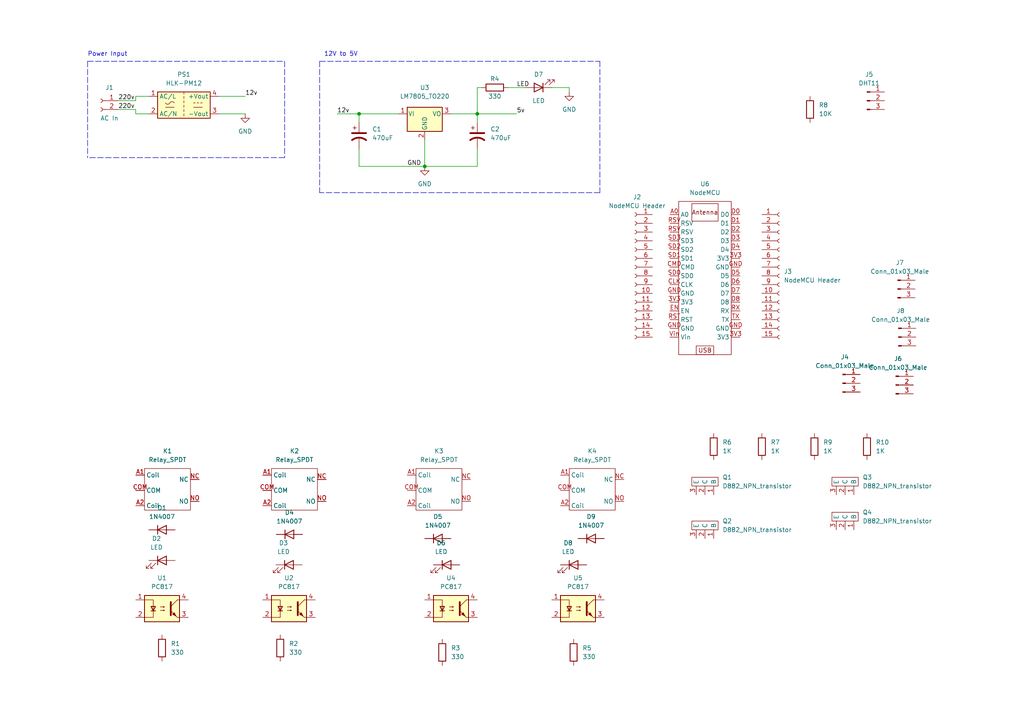
<source format=kicad_sch>
(kicad_sch (version 20211123) (generator eeschema)
  (paper "A4")
  (title_block (title "Home Automation and Temperature monitoring using DHT11") (date "2022-10-26") (rev "v1"))
  (lib_symbols
    (symbol "Connector:Conn_01x02_Female" (pin_names (offset 1.016) hide)
      (property "Reference" "J" (at 0 2.54 0))
      (property "Value" "Conn_01x02_Female" (at 0 -5.08 0))
      (symbol "Conn_01x02_Female_1_1"
        (arc (start 0 -2.032) (mid -0.508 -2.54) (end 0 -3.048) (stroke (width 0.1524)))
        (polyline (pts (xy -1.27 -2.54) (xy -0.508 -2.54)) (stroke (width 0.1524)))
        (polyline (pts (xy -1.27 0) (xy -0.508 0)) (stroke (width 0.1524)))
        (arc (start 0 0.508) (mid -0.508 0) (end 0 -0.508) (stroke (width 0.1524)))
        (pin passive line (at -5.08 0 0) (length 3.81) (name "Pin_1") (number "1"))
        (pin passive line (at -5.08 -2.54 0) (length 3.81) (name "Pin_2") (number "2"))
      )
    )
    (symbol "Connector:Conn_01x03_Male" (pin_names (offset 1.016) hide)
      (property "Reference" "J" (at 0 5.08 0))
      (property "Value" "Conn_01x03_Male" (at 0 -5.08 0))
      (symbol "Conn_01x03_Male_1_1"
        (polyline (pts (xy 1.27 -2.54) (xy 0.8636 -2.54)) (stroke (width 0.1524)))
        (polyline (pts (xy 1.27 0) (xy 0.8636 0)) (stroke (width 0.1524)))
        (polyline (pts (xy 1.27 2.54) (xy 0.8636 2.54)) (stroke (width 0.1524)))
        (rectangle (start 0.8636 -2.413) (end 0 -2.667) (stroke (width 0.1524)) (fill (type outline)))
        (rectangle (start 0.8636 0.127) (end 0 -0.127) (stroke (width 0.1524)) (fill (type outline)))
        (rectangle (start 0.8636 2.667) (end 0 2.413) (stroke (width 0.1524)) (fill (type outline)))
        (pin passive line (at 5.08 2.54 180) (length 3.81) (name "Pin_1") (number "1"))
        (pin passive line (at 5.08 0 180) (length 3.81) (name "Pin_2") (number "2"))
        (pin passive line (at 5.08 -2.54 180) (length 3.81) (name "Pin_3") (number "3"))
      )
    )
    (symbol "Connector:Conn_01x15_Female" (pin_names (offset 1.016) hide)
      (property "Reference" "J" (at 0 20.32 0))
      (property "Value" "Conn_01x15_Female" (at 0 -20.32 0))
      (symbol "Conn_01x15_Female_1_1"
        (arc (start 0 -17.272) (mid -0.508 -17.78) (end 0 -18.288) (stroke (width 0.1524)))
        (arc (start 0 -14.732) (mid -0.508 -15.24) (end 0 -15.748) (stroke (width 0.1524)))
        (arc (start 0 -12.192) (mid -0.508 -12.7) (end 0 -13.208) (stroke (width 0.1524)))
        (arc (start 0 -9.652) (mid -0.508 -10.16) (end 0 -10.668) (stroke (width 0.1524)))
        (arc (start 0 -7.112) (mid -0.508 -7.62) (end 0 -8.128) (stroke (width 0.1524)))
        (arc (start 0 -4.572) (mid -0.508 -5.08) (end 0 -5.588) (stroke (width 0.1524)))
        (arc (start 0 -2.032) (mid -0.508 -2.54) (end 0 -3.048) (stroke (width 0.1524)))
        (polyline (pts (xy -1.27 -17.78) (xy -0.508 -17.78)) (stroke (width 0.1524)))
        (polyline (pts (xy -1.27 -15.24) (xy -0.508 -15.24)) (stroke (width 0.1524)))
        (polyline (pts (xy -1.27 -12.7) (xy -0.508 -12.7)) (stroke (width 0.1524)))
        (polyline (pts (xy -1.27 -10.16) (xy -0.508 -10.16)) (stroke (width 0.1524)))
        (polyline (pts (xy -1.27 -7.62) (xy -0.508 -7.62)) (stroke (width 0.1524)))
        (polyline (pts (xy -1.27 -5.08) (xy -0.508 -5.08)) (stroke (width 0.1524)))
        (polyline (pts (xy -1.27 -2.54) (xy -0.508 -2.54)) (stroke (width 0.1524)))
        (polyline (pts (xy -1.27 0) (xy -0.508 0)) (stroke (width 0.1524)))
        (polyline (pts (xy -1.27 2.54) (xy -0.508 2.54)) (stroke (width 0.1524)))
        (polyline (pts (xy -1.27 5.08) (xy -0.508 5.08)) (stroke (width 0.1524)))
        (polyline (pts (xy -1.27 7.62) (xy -0.508 7.62)) (stroke (width 0.1524)))
        (polyline (pts (xy -1.27 10.16) (xy -0.508 10.16)) (stroke (width 0.1524)))
        (polyline (pts (xy -1.27 12.7) (xy -0.508 12.7)) (stroke (width 0.1524)))
        (polyline (pts (xy -1.27 15.24) (xy -0.508 15.24)) (stroke (width 0.1524)))
        (polyline (pts (xy -1.27 17.78) (xy -0.508 17.78)) (stroke (width 0.1524)))
        (arc (start 0 0.508) (mid -0.508 0) (end 0 -0.508) (stroke (width 0.1524)))
        (arc (start 0 3.048) (mid -0.508 2.54) (end 0 2.032) (stroke (width 0.1524)))
        (arc (start 0 5.588) (mid -0.508 5.08) (end 0 4.572) (stroke (width 0.1524)))
        (arc (start 0 8.128) (mid -0.508 7.62) (end 0 7.112) (stroke (width 0.1524)))
        (arc (start 0 10.668) (mid -0.508 10.16) (end 0 9.652) (stroke (width 0.1524)))
        (arc (start 0 13.208) (mid -0.508 12.7) (end 0 12.192) (stroke (width 0.1524)))
        (arc (start 0 15.748) (mid -0.508 15.24) (end 0 14.732) (stroke (width 0.1524)))
        (arc (start 0 18.288) (mid -0.508 17.78) (end 0 17.272) (stroke (width 0.1524)))
        (pin passive line (at -5.08 17.78 0) (length 3.81) (name "Pin_1") (number "1"))
        (pin passive line (at -5.08 -5.08 0) (length 3.81) (name "Pin_10") (number "10"))
        (pin passive line (at -5.08 -7.62 0) (length 3.81) (name "Pin_11") (number "11"))
        (pin passive line (at -5.08 -10.16 0) (length 3.81) (name "Pin_12") (number "12"))
        (pin passive line (at -5.08 -12.7 0) (length 3.81) (name "Pin_13") (number "13"))
        (pin passive line (at -5.08 -15.24 0) (length 3.81) (name "Pin_14") (number "14"))
        (pin passive line (at -5.08 -17.78 0) (length 3.81) (name "Pin_15") (number "15"))
        (pin passive line (at -5.08 15.24 0) (length 3.81) (name "Pin_2") (number "2"))
        (pin passive line (at -5.08 12.7 0) (length 3.81) (name "Pin_3") (number "3"))
        (pin passive line (at -5.08 10.16 0) (length 3.81) (name "Pin_4") (number "4"))
        (pin passive line (at -5.08 7.62 0) (length 3.81) (name "Pin_5") (number "5"))
        (pin passive line (at -5.08 5.08 0) (length 3.81) (name "Pin_6") (number "6"))
        (pin passive line (at -5.08 2.54 0) (length 3.81) (name "Pin_7") (number "7"))
        (pin passive line (at -5.08 0 0) (length 3.81) (name "Pin_8") (number "8"))
        (pin passive line (at -5.08 -2.54 0) (length 3.81) (name "Pin_9") (number "9"))
      )
    )
    (symbol "Converter_ACDC:HLK-PM12"
      (property "Reference" "PS" (at 0 5.08 0))
      (property "Value" "HLK-PM12" (at 0 -5.08 0))
      (symbol "HLK-PM12_0_1"
        (rectangle (start -7.62 3.81) (end 7.62 -3.81) (stroke (width 0.254)) (fill (type background)))
        (arc (start -5.334 0.635) (mid -4.699 0.2495) (end -4.064 0.635))
        (arc (start -2.794 0.635) (mid -3.429 1.0072) (end -4.064 0.635))
        (polyline (pts (xy -5.334 -0.635) (xy -2.794 -0.635)))
        (polyline (pts (xy 0 -2.54) (xy 0 -3.175)))
        (polyline (pts (xy 0 -1.27) (xy 0 -1.905)))
        (polyline (pts (xy 0 0) (xy 0 -0.635)))
        (polyline (pts (xy 0 1.27) (xy 0 0.635)))
        (polyline (pts (xy 0 2.54) (xy 0 1.905)))
        (polyline (pts (xy 0 3.81) (xy 0 3.175)))
        (polyline (pts (xy 2.794 -0.635) (xy 5.334 -0.635)))
        (polyline (pts (xy 2.794 0.635) (xy 3.302 0.635)))
        (polyline (pts (xy 3.81 0.635) (xy 4.318 0.635)))
        (polyline (pts (xy 4.826 0.635) (xy 5.334 0.635)))
      )
      (symbol "HLK-PM12_1_1"
        (pin power_in line (at -10.16 2.54 0) (length 2.54) (name "AC/L") (number "1"))
        (pin power_in line (at -10.16 -2.54 0) (length 2.54) (name "AC/N") (number "2"))
        (pin power_out line (at 10.16 -2.54 180) (length 2.54) (name "-Vout") (number "3"))
        (pin power_out line (at 10.16 2.54 180) (length 2.54) (name "+Vout") (number "4"))
      )
    )
    (symbol "Device:C_Polarized_US" (pin_numbers hide) (pin_names (offset 0.254) hide)
      (property "Reference" "C" (at 0.635 2.54 0))
      (property "Value" "C_Polarized_US" (at 0.635 -2.54 0))
      (symbol "C_Polarized_US_0_1"
        (polyline (pts (xy -2.032 0.762) (xy 2.032 0.762)) (stroke (width 0.508)))
        (polyline (pts (xy -1.778 2.286) (xy -0.762 2.286)))
        (polyline (pts (xy -1.27 1.778) (xy -1.27 2.794)))
        (arc (start 2.032 -1.27) (mid 0 -0.5572) (end -2.032 -1.27) (stroke (width 0.508)))
      )
      (symbol "C_Polarized_US_1_1"
        (pin passive line (at 0 3.81 270) (length 2.794) (name "~") (number "1"))
        (pin passive line (at 0 -3.81 90) (length 3.302) (name "~") (number "2"))
      )
    )
    (symbol "Device:LED" (pin_numbers hide) (pin_names (offset 1.016) hide)
      (property "Reference" "D" (at 0 2.54 0))
      (property "Value" "LED" (at 0 -2.54 0))
      (symbol "LED_0_1"
        (polyline (pts (xy -1.27 -1.27) (xy -1.27 1.27)) (stroke (width 0.254)))
        (polyline (pts (xy -1.27 0) (xy 1.27 0)))
        (polyline (pts (xy 1.27 -1.27) (xy 1.27 1.27) (xy -1.27 0) (xy 1.27 -1.27)) (stroke (width 0.254)))
        (polyline (pts (xy -3.048 -0.762) (xy -4.572 -2.286) (xy -3.81 -2.286) (xy -4.572 -2.286) (xy -4.572 -1.524)))
        (polyline (pts (xy -1.778 -0.762) (xy -3.302 -2.286) (xy -2.54 -2.286) (xy -3.302 -2.286) (xy -3.302 -1.524)))
      )
      (symbol "LED_1_1"
        (pin passive line (at -3.81 0 0) (length 2.54) (name "K") (number "1"))
        (pin passive line (at 3.81 0 180) (length 2.54) (name "A") (number "2"))
      )
    )
    (symbol "Device:R" (pin_numbers hide) (pin_names (offset 0))
      (property "Reference" "R" (at 2.032 0 90))
      (property "Value" "R" (at 0 0 90))
      (symbol "R_0_1"
        (rectangle (start -1.016 -2.54) (end 1.016 2.54) (stroke (width 0.254)))
      )
      (symbol "R_1_1"
        (pin passive line (at 0 3.81 270) (length 1.27) (name "~") (number "1"))
        (pin passive line (at 0 -3.81 90) (length 1.27) (name "~") (number "2"))
      )
    )
    (symbol "Diode:1N4007" (pin_numbers hide) (pin_names hide)
      (property "Reference" "D" (at 0 2.54 0))
      (property "Value" "1N4007" (at 0 -2.54 0))
      (symbol "1N4007_0_1"
        (polyline (pts (xy -1.27 1.27) (xy -1.27 -1.27)) (stroke (width 0.254)))
        (polyline (pts (xy 1.27 0) (xy -1.27 0)))
        (polyline (pts (xy 1.27 1.27) (xy 1.27 -1.27) (xy -1.27 0) (xy 1.27 1.27)) (stroke (width 0.254)))
      )
      (symbol "1N4007_1_1"
        (pin passive line (at -3.81 0 0) (length 2.54) (name "K") (number "1"))
        (pin passive line (at 3.81 0 180) (length 2.54) (name "A") (number "2"))
      )
    )
    (symbol "Isolator:PC817" (pin_names (offset 1.016))
      (property "Reference" "U" (at -5.08 5.08 0))
      (property "Value" "PC817" (at 0 5.08 0))
      (symbol "PC817_0_1"
        (rectangle (start -5.08 3.81) (end 5.08 -3.81) (stroke (width 0.254)) (fill (type background)))
        (polyline (pts (xy -3.175 -0.635) (xy -1.905 -0.635)) (stroke (width 0.254)))
        (polyline (pts (xy 2.54 0.635) (xy 4.445 2.54)))
        (polyline (pts (xy 4.445 -2.54) (xy 2.54 -0.635)) (fill (type outline)))
        (polyline (pts (xy 4.445 -2.54) (xy 5.08 -2.54)))
        (polyline (pts (xy 4.445 2.54) (xy 5.08 2.54)))
        (polyline (pts (xy -5.08 2.54) (xy -2.54 2.54) (xy -2.54 -0.635)))
        (polyline (pts (xy -2.54 -0.635) (xy -2.54 -2.54) (xy -5.08 -2.54)))
        (polyline (pts (xy 2.54 1.905) (xy 2.54 -1.905) (xy 2.54 -1.905)) (stroke (width 0.508)))
        (polyline (pts (xy -2.54 -0.635) (xy -3.175 0.635) (xy -1.905 0.635) (xy -2.54 -0.635)) (stroke (width 0.254)))
        (polyline (pts (xy -0.508 -0.508) (xy 0.762 -0.508) (xy 0.381 -0.635) (xy 0.381 -0.381) (xy 0.762 -0.508)))
        (polyline (pts (xy -0.508 0.508) (xy 0.762 0.508) (xy 0.381 0.381) (xy 0.381 0.635) (xy 0.762 0.508)))
        (polyline (pts (xy 3.048 -1.651) (xy 3.556 -1.143) (xy 4.064 -2.159) (xy 3.048 -1.651) (xy 3.048 -1.651)) (fill (type outline)))
      )
      (symbol "PC817_1_1"
        (pin passive line (at -7.62 2.54 0) (length 2.54) (name "~") (number "1"))
        (pin passive line (at -7.62 -2.54 0) (length 2.54) (name "~") (number "2"))
        (pin passive line (at 7.62 -2.54 180) (length 2.54) (name "~") (number "3"))
        (pin passive line (at 7.62 2.54 180) (length 2.54) (name "~") (number "4"))
      )
    )
    (symbol "Nodemcu esp8266:NodeMCU"
      (property "Reference" "U" (at 0 25.4 0))
      (property "Value" "NodeMCU" (at 0 -22.86 0))
      (symbol "NodeMCU_0_0"
        (rectangle (start -2.54 -19.05) (end 2.54 -21.59))
        (text "Antenna" (at 0 19.685 0) (effects (font (size 1.27 1.27))))
        (text "USB" (at 0 -20.32 0) (effects (font (size 1.27 1.27))))
      )
      (symbol "NodeMCU_0_1"
        (rectangle (start -7.62 22.86) (end 7.62 -21.59))
        (rectangle (start -3.81 22.225) (end 3.81 17.145))
      )
      (symbol "NodeMCU_1_1"
        (pin bidirectional line (at -10.16 -6.35 0) (length 2.54) (name "3V3") (number "3V3"))
        (pin bidirectional line (at 10.16 -16.51 180) (length 2.54) (name "3V3") (number "3V3"))
        (pin bidirectional line (at 10.16 6.35 180) (length 2.54) (name "3V3") (number "3V3"))
        (pin bidirectional line (at -10.16 19.05 0) (length 2.54) (name "A0") (number "A0"))
        (pin bidirectional line (at -10.16 -1.27 0) (length 2.54) (name "CLK") (number "CLK"))
        (pin bidirectional line (at -10.16 3.81 0) (length 2.54) (name "CMD") (number "CMD"))
        (pin bidirectional line (at 10.16 19.05 180) (length 2.54) (name "D0") (number "D0"))
        (pin bidirectional line (at 10.16 16.51 180) (length 2.54) (name "D1") (number "D1"))
        (pin bidirectional line (at 10.16 13.97 180) (length 2.54) (name "D2") (number "D2"))
        (pin bidirectional line (at 10.16 11.43 180) (length 2.54) (name "D3") (number "D3"))
        (pin bidirectional line (at 10.16 8.89 180) (length 2.54) (name "D4") (number "D4"))
        (pin bidirectional line (at 10.16 1.27 180) (length 2.54) (name "D5") (number "D5"))
        (pin bidirectional line (at 10.16 -1.27 180) (length 2.54) (name "D6") (number "D6"))
        (pin bidirectional line (at 10.16 -3.81 180) (length 2.54) (name "D7") (number "D7"))
        (pin bidirectional line (at 10.16 -6.35 180) (length 2.54) (name "D8") (number "D8"))
        (pin bidirectional line (at -10.16 -8.89 0) (length 2.54) (name "EN") (number "EN"))
        (pin bidirectional line (at -10.16 -13.97 0) (length 2.54) (name "GND") (number "GND"))
        (pin bidirectional line (at -10.16 -3.81 0) (length 2.54) (name "GND") (number "GND"))
        (pin bidirectional line (at 10.16 -13.97 180) (length 2.54) (name "GND") (number "GND"))
        (pin bidirectional line (at 10.16 3.81 180) (length 2.54) (name "GND") (number "GND"))
        (pin bidirectional line (at -10.16 -11.43 0) (length 2.54) (name "RST") (number "RST"))
        (pin bidirectional line (at -10.16 13.97 0) (length 2.54) (name "RSV") (number "RSV"))
        (pin bidirectional line (at -10.16 16.51 0) (length 2.54) (name "RSV") (number "RSV"))
        (pin bidirectional line (at 10.16 -8.89 180) (length 2.54) (name "RX") (number "RX"))
        (pin bidirectional line (at -10.16 1.27 0) (length 2.54) (name "SD0") (number "SD0"))
        (pin bidirectional line (at -10.16 6.35 0) (length 2.54) (name "SD1") (number "SD1"))
        (pin bidirectional line (at -10.16 8.89 0) (length 2.54) (name "SD2") (number "SD2"))
        (pin bidirectional line (at -10.16 11.43 0) (length 2.54) (name "SD3") (number "SD3"))
        (pin bidirectional line (at 10.16 -11.43 180) (length 2.54) (name "TX") (number "TX"))
        (pin bidirectional line (at -10.16 -16.51 0) (length 2.54) (name "Vin") (number "Vin"))
      )
    )
    (symbol "Regulator_Linear:LM7805_TO220" (pin_names (offset 0.254))
      (property "Reference" "U" (at -3.81 3.175 0))
      (property "Value" "LM7805_TO220" (at 0 3.175 0))
      (symbol "LM7805_TO220_0_1"
        (rectangle (start -5.08 1.905) (end 5.08 -5.08) (stroke (width 0.254)) (fill (type background)))
      )
      (symbol "LM7805_TO220_1_1"
        (pin power_in line (at -7.62 0 0) (length 2.54) (name "VI") (number "1"))
        (pin power_in line (at 0 -7.62 90) (length 2.54) (name "GND") (number "2"))
        (pin power_out line (at 7.62 0 180) (length 2.54) (name "VO") (number "3"))
      )
    )
    (symbol "Relay_SPDT:Relay_SPDT"
      (property "Reference" "K" (at 0 8.255 0))
      (property "Value" "Relay_SPDT" (at 0 -11.43 0))
      (symbol "Relay_SPDT_0_1"
        (rectangle (start -6.35 6.35) (end 6.985 -5.715))
      )
      (symbol "Relay_SPDT_1_1"
        (pin bidirectional line (at -8.89 4.445 0) (length 2.54) (name "Coil") (number "A1"))
        (pin bidirectional line (at -8.89 -4.445 0) (length 2.54) (name "Coil") (number "A2"))
        (pin bidirectional line (at -8.89 0 0) (length 2.54) (name "COM") (number "COM"))
        (pin bidirectional line (at 9.525 3.175 180) (length 2.54) (name "NC") (number "NC"))
        (pin bidirectional line (at 9.525 -3.175 180) (length 2.54) (name "NO") (number "NO"))
      )
    )
    (symbol "Transistor_CUSTOM:D882_NPN_transistor"
      (property "Reference" "Q" (at 0 3.175 0))
      (property "Value" "D882_NPN_transistor" (at 0 -6.35 0))
      (symbol "D882_NPN_transistor_0_1"
        (rectangle (start -3.81 1.27) (end 3.81 -1.27))
      )
      (symbol "D882_NPN_transistor_1_1"
        (pin input line (at 2.54 -3.81 90) (length 2.54) (name "B") (number "1"))
        (pin input line (at 0 -3.81 90) (length 2.54) (name "C") (number "2"))
        (pin input line (at -2.54 -3.81 90) (length 2.54) (name "E") (number "3"))
      )
    )
    (symbol "power:GND" (power) (pin_names (offset 0))
      (property "Value" "GND" (at 0 -3.81 0))
      (symbol "GND_0_1"
        (polyline (pts (xy 0 0) (xy 0 -1.27) (xy 1.27 -1.27) (xy 0 -2.54) (xy -1.27 -1.27) (xy 0 -1.27)))
      )
      (symbol "GND_1_1"
        (pin power_in line (at 0 0 270) (length 0) hide (name "GND") (number "1"))
      )
    )
  )
  (junction (at 104.14 33.02))
  (junction (at 138.43 33.02))
  (junction (at 123.19 48.26))
  (wire (pts (xy 123.19 48.26) (xy 138.43 48.26)))
  (wire (pts (xy 138.43 33.02) (xy 138.43 35.56)))
  (wire (pts (xy 104.14 33.02) (xy 115.57 33.02)))
  (wire (pts (xy 34.29 29.21) (xy 39.37 29.21)))
  (polyline (pts (xy 173.99 55.88) (xy 92.71 55.88)))
  (wire (pts (xy 39.37 27.94) (xy 43.18 27.94)))
  (wire (pts (xy 147.32 25.4) (xy 152.4 25.4)))
  (polyline (pts (xy 92.71 17.78) (xy 92.71 55.88)))
  (wire (pts (xy 139.7 25.4) (xy 138.43 25.4)))
  (wire (pts (xy 39.37 31.75) (xy 39.37 33.02)))
  (wire (pts (xy 130.81 33.02) (xy 138.43 33.02)))
  (wire (pts (xy 138.43 25.4) (xy 138.43 33.02)))
  (wire (pts (xy 123.19 40.64) (xy 123.19 48.26)))
  (wire (pts (xy 138.43 33.02) (xy 149.86 33.02)))
  (polyline (pts (xy 25.4 17.78) (xy 82.55 17.78)))
  (wire (pts (xy 63.5 33.02) (xy 71.12 33.02)))
  (wire (pts (xy 138.43 48.26) (xy 138.43 43.18)))
  (wire (pts (xy 104.14 43.18) (xy 104.14 48.26)))
  (wire (pts (xy 63.5 27.94) (xy 71.12 27.94)))
  (polyline (pts (xy 92.71 17.78) (xy 173.99 17.78)))
  (polyline (pts (xy 25.4 17.78) (xy 25.4 45.72)))
  (wire (pts (xy 165.1 25.4) (xy 165.1 26.67)))
  (wire (pts (xy 97.79 33.02) (xy 104.14 33.02)))
  (polyline (pts (xy 82.55 45.72) (xy 25.4 45.72)))
  (wire (pts (xy 34.29 31.75) (xy 39.37 31.75)))
  (polyline (pts (xy 173.99 17.78) (xy 173.99 55.88)))
  (polyline (pts (xy 82.55 17.78) (xy 82.55 45.72)))
  (wire (pts (xy 160.02 25.4) (xy 165.1 25.4)))
  (wire (pts (xy 39.37 33.02) (xy 43.18 33.02)))
  (wire (pts (xy 104.14 33.02) (xy 104.14 35.56)))
  (wire (pts (xy 104.14 48.26) (xy 123.19 48.26)))
  (wire (pts (xy 39.37 29.21) (xy 39.37 27.94)))
  (text "Power Input\n" (at 25.4 16.51 0) (effects (font (size 1.27 1.27)) (justify left bottom)))
  (text "12V to 5V\n" (at 93.98 16.51 0) (effects (font (size 1.27 1.27)) (justify left bottom)))
  (label "12v" (at 71.12 27.94 0))
  (label "220v" (at 34.29 29.21 0))
  (label "GND" (at 118.11 48.26 0))
  (label "220v" (at 34.29 31.75 0))
  (label "5v" (at 149.86 33.02 0))
  (label "LED" (at 149.86 25.4 0))
  (label "12v" (at 97.79 33.02 0))
  (symbol (lib_id "Transistor_CUSTOM:D882_NPN_transistor") (at 245.11 149.86 0) (unit 1)
    (property "Reference" "Q4" (at 250.19 148.5899 0) (effects (justify left)))
    (property "Value" "D882_NPN_transistor" (at 250.19 151.1299 0) (effects (justify left)))
    (property "Footprint" "My_Footprints:D882_NPN_Transistor" (effects hide))
  )
  (symbol (lib_id "Isolator:PC817") (at 83.82 176.53 0) (unit 1)
    (property "Reference" "U2" (at 83.82 167.64 0))
    (property "Value" "PC817" (at 83.82 170.18 0))
    (property "Footprint" "Package_DIP:DIP-4_W7.62mm" (effects hide))
    (property "Datasheet" "http://www.soselectronic.cz/a_info/resource/d/pc817.pdf" (effects hide))
  )
  (symbol (lib_id "Device:LED") (at 46.99 162.56 0) (unit 1)
    (property "Reference" "D2" (at 45.4025 156.21 0))
    (property "Value" "LED" (at 45.4025 158.75 0))
  )
  (symbol (lib_id "Device:LED") (at 83.82 163.83 0) (unit 1)
    (property "Reference" "D3" (at 82.2325 157.48 0))
    (property "Value" "LED" (at 82.2325 160.02 0))
  )
  (symbol (lib_id "Device:R") (at 128.27 189.23 0) (unit 1)
    (property "Reference" "R3" (at 130.81 187.9599 0) (effects (justify left)))
    (property "Value" "330" (at 130.81 190.4999 0) (effects (justify left)))
  )
  (symbol (lib_id "Transistor_CUSTOM:D882_NPN_transistor") (at 204.47 152.4 0) (unit 1)
    (property "Reference" "Q2" (at 209.55 151.1299 0) (effects (justify left)))
    (property "Value" "D882_NPN_transistor" (at 209.55 153.6699 0) (effects (justify left)))
    (property "Footprint" "My_Footprints:D882_NPN_Transistor" (effects hide))
  )
  (symbol (lib_id "Connector:Conn_01x15_Female") (at 184.15 80.01 0) (mirror y) (unit 1)
    (property "Reference" "J2" (at 184.785 57.15 0))
    (property "Value" "NodeMCU Header" (at 184.785 59.69 0))
  )
  (symbol (lib_id "Device:C_Polarized_US") (at 138.43 39.37 0) (unit 1)
    (property "Reference" "C2" (at 142.24 37.4649 0) (effects (justify left)))
    (property "Value" "470uF" (at 142.24 40.0049 0) (effects (justify left)))
  )
  (symbol (lib_id "Connector:Conn_01x03_Male") (at 259.8262 111.6689 0) (unit 1)
    (property "Reference" "J6" (at 260.4612 104.0489 0))
    (property "Value" "Conn_01x03_Male" (at 260.4612 106.5889 0))
  )
  (symbol (lib_id "Device:LED") (at 166.37 163.83 0) (unit 1)
    (property "Reference" "D8" (at 164.7825 157.48 0))
    (property "Value" "LED" (at 164.7825 160.02 0))
  )
  (symbol (lib_id "power:GND") (at 71.12 33.02 0) (unit 1)
    (property "Reference" "#PWR?" (effects hide))
    (property "Value" "GND" (at 71.12 38.1 0))
  )
  (symbol (lib_id "Relay_SPDT:Relay_SPDT") (at 127 142.24 0) (unit 1)
    (property "Reference" "K3" (at 127.3175 130.81 0))
    (property "Value" "Relay_SPDT" (at 127.3175 133.35 0))
    (property "Footprint" "My_Footprints:RELAY_SRD-05VDC-SL-C" (effects hide))
  )
  (symbol (lib_id "Isolator:PC817") (at 167.64 176.53 0) (unit 1)
    (property "Reference" "U5" (at 167.64 167.64 0))
    (property "Value" "PC817" (at 167.64 170.18 0))
    (property "Footprint" "Package_DIP:DIP-4_W7.62mm" (effects hide))
    (property "Datasheet" "http://www.soselectronic.cz/a_info/resource/d/pc817.pdf" (effects hide))
  )
  (symbol (lib_id "Diode:1N4007") (at 171.45 156.21 0) (unit 1)
    (property "Reference" "D9" (at 171.45 149.86 0))
    (property "Value" "1N4007" (at 171.45 152.4 0))
    (property "Footprint" "Diode_THT:D_DO-41_SOD81_P10.16mm_Horizontal" (effects hide))
    (property "Datasheet" "http://www.vishay.com/docs/88503/1n4001.pdf" (effects hide))
  )
  (symbol (lib_id "Connector:Conn_01x03_Male") (at 251.46 29.21 0) (unit 1)
    (property "Reference" "J5" (at 252.095 21.59 0))
    (property "Value" "DHT11 " (at 252.095 24.13 0))
  )
  (symbol (lib_id "Regulator_Linear:LM7805_TO220") (at 123.19 33.02 0) (unit 1)
    (property "Reference" "U3" (at 123.19 25.4 0))
    (property "Value" "LM7805_TO220" (at 123.19 27.94 0))
    (property "Footprint" "Package_TO_SOT_THT:TO-220-3_Vertical" (effects hide))
    (property "Datasheet" "https://www.onsemi.cn/PowerSolutions/document/MC7800-D.PDF" (effects hide))
  )
  (symbol (lib_id "Isolator:PC817") (at 130.81 176.53 0) (unit 1)
    (property "Reference" "U4" (at 130.81 167.64 0))
    (property "Value" "PC817" (at 130.81 170.18 0))
    (property "Footprint" "Package_DIP:DIP-4_W7.62mm" (effects hide))
    (property "Datasheet" "http://www.soselectronic.cz/a_info/resource/d/pc817.pdf" (effects hide))
  )
  (symbol (lib_id "power:GND") (at 123.19 48.26 0) (unit 1)
    (property "Reference" "#PWR?" (effects hide))
    (property "Value" "GND" (at 123.19 53.34 0))
  )
  (symbol (lib_id "Connector:Conn_01x02_Female") (at 29.21 29.21 0) (mirror y) (unit 1)
    (property "Reference" "J1" (at 31.75 25.4 0))
    (property "Value" "AC In" (at 31.75 34.29 0))
  )
  (symbol (lib_id "Device:LED") (at 156.21 25.4 180) (unit 1)
    (property "Reference" "D7" (at 156.21 21.59 0))
    (property "Value" "LED" (at 156.21 29.21 0))
  )
  (symbol (lib_id "Connector:Conn_01x03_Male") (at 260.35 83.82 0) (unit 1)
    (property "Reference" "J7" (at 260.985 76.2 0))
    (property "Value" "Conn_01x03_Male" (at 260.985 78.74 0))
  )
  (symbol (lib_id "Device:C_Polarized_US") (at 104.14 39.37 0) (unit 1)
    (property "Reference" "C1" (at 107.95 37.4649 0) (effects (justify left)))
    (property "Value" "470uF" (at 107.95 40.0049 0) (effects (justify left)))
  )
  (symbol (lib_id "Connector:Conn_01x15_Female") (at 226.06 80.01 0) (unit 1)
    (property "Reference" "J3" (at 227.33 78.7399 0) (effects (justify left)))
    (property "Value" "NodeMCU Header" (at 227.33 81.2799 0) (effects (justify left)))
  )
  (symbol (lib_id "Device:R") (at 143.51 25.4 90) (unit 1)
    (property "Reference" "R4" (at 143.51 22.86 90))
    (property "Value" "330" (at 143.51 27.94 90))
  )
  (symbol (lib_id "Device:R") (at 46.99 187.96 0) (unit 1)
    (property "Reference" "R1" (at 49.53 186.6899 0) (effects (justify left)))
    (property "Value" "330" (at 49.53 189.2299 0) (effects (justify left)))
  )
  (symbol (lib_id "Device:R") (at 251.46 129.54 0) (unit 1)
    (property "Reference" "R10" (at 254 128.2699 0) (effects (justify left)))
    (property "Value" "1K" (at 254 130.8099 0) (effects (justify left)))
  )
  (symbol (lib_id "Device:R") (at 207.01 129.54 0) (unit 1)
    (property "Reference" "R6" (at 209.55 128.2699 0) (effects (justify left)))
    (property "Value" "1K" (at 209.55 130.8099 0) (effects (justify left)))
  )
  (symbol (lib_id "power:GND") (at 165.1 26.67 0) (unit 1)
    (property "Reference" "#PWR?" (effects hide))
    (property "Value" "GND" (at 165.1 31.75 0))
  )
  (symbol (lib_id "Device:R") (at 166.37 189.23 0) (unit 1)
    (property "Reference" "R5" (at 168.91 187.9599 0) (effects (justify left)))
    (property "Value" "330" (at 168.91 190.4999 0) (effects (justify left)))
  )
  (symbol (lib_id "Diode:1N4007") (at 83.9377 155.005 0) (unit 1)
    (property "Reference" "D4" (at 83.9377 148.655 0))
    (property "Value" "1N4007" (at 83.9377 151.195 0))
    (property "Footprint" "Diode_THT:D_DO-41_SOD81_P10.16mm_Horizontal" (effects hide))
    (property "Datasheet" "http://www.vishay.com/docs/88503/1n4001.pdf" (effects hide))
  )
  (symbol (lib_id "Device:R") (at 220.98 129.54 0) (unit 1)
    (property "Reference" "R7" (at 223.52 128.2699 0) (effects (justify left)))
    (property "Value" "1K" (at 223.52 130.8099 0) (effects (justify left)))
  )
  (symbol (lib_id "Transistor_CUSTOM:D882_NPN_transistor") (at 204.47 139.7 0) (unit 1)
    (property "Reference" "Q1" (at 209.55 138.4299 0) (effects (justify left)))
    (property "Value" "D882_NPN_transistor" (at 209.55 140.9699 0) (effects (justify left)))
    (property "Footprint" "My_Footprints:D882_NPN_Transistor" (effects hide))
  )
  (symbol (lib_id "Connector:Conn_01x03_Male") (at 244.4062 111.1634 0) (unit 1)
    (property "Reference" "J4" (at 245.0412 103.5434 0))
    (property "Value" "Conn_01x03_Male" (at 245.0412 106.0834 0))
  )
  (symbol (lib_id "Diode:1N4007") (at 127 156.21 0) (unit 1)
    (property "Reference" "D5" (at 127 149.86 0))
    (property "Value" "1N4007" (at 127 152.4 0))
    (property "Footprint" "Diode_THT:D_DO-41_SOD81_P10.16mm_Horizontal" (effects hide))
    (property "Datasheet" "http://www.vishay.com/docs/88503/1n4001.pdf" (effects hide))
  )
  (symbol (lib_id "Connector:Conn_01x03_Male") (at 260.5845 97.7657 0) (unit 1)
    (property "Reference" "J8" (at 261.2195 90.1457 0))
    (property "Value" "Conn_01x03_Male" (at 261.2195 92.6857 0))
  )
  (symbol (lib_id "Device:R") (at 236.22 129.54 0) (unit 1)
    (property "Reference" "R9" (at 238.76 128.2699 0) (effects (justify left)))
    (property "Value" "1K" (at 238.76 130.8099 0) (effects (justify left)))
  )
  (symbol (lib_id "Device:LED") (at 129.54 163.83 0) (unit 1)
    (property "Reference" "D6" (at 127.9525 157.48 0))
    (property "Value" "LED" (at 127.9525 160.02 0))
  )
  (symbol (lib_id "Converter_ACDC:HLK-PM12") (at 53.34 30.48 0) (unit 1)
    (property "Reference" "PS1" (at 53.34 21.59 0))
    (property "Value" "HLK-PM12" (at 53.34 24.13 0))
    (property "Footprint" "Converter_ACDC:Converter_ACDC_HiLink_HLK-PMxx" (effects hide))
    (property "Datasheet" "http://www.hlktech.net/product_detail.php?ProId=56" (effects hide))
  )
  (symbol (lib_id "Relay_SPDT:Relay_SPDT") (at 85.09 142.24 0) (unit 1)
    (property "Reference" "K2" (at 85.4075 130.81 0))
    (property "Value" "Relay_SPDT" (at 85.4075 133.35 0))
    (property "Footprint" "My_Footprints:RELAY_SRD-05VDC-SL-C" (effects hide))
  )
  (symbol (lib_id "Transistor_CUSTOM:D882_NPN_transistor") (at 245.11 139.7 0) (unit 1)
    (property "Reference" "Q3" (at 250.19 138.4299 0) (effects (justify left)))
    (property "Value" "D882_NPN_transistor" (at 250.19 140.9699 0) (effects (justify left)))
    (property "Footprint" "My_Footprints:D882_NPN_Transistor" (effects hide))
  )
  (symbol (lib_id "Diode:1N4007") (at 46.99 153.67 0) (unit 1)
    (property "Reference" "D1" (at 46.99 147.32 0))
    (property "Value" "1N4007" (at 46.99 149.86 0))
    (property "Footprint" "Diode_THT:D_DO-41_SOD81_P10.16mm_Horizontal" (effects hide))
    (property "Datasheet" "http://www.vishay.com/docs/88503/1n4001.pdf" (effects hide))
  )
  (symbol (lib_id "Isolator:PC817") (at 46.99 176.53 0) (unit 1)
    (property "Reference" "U1" (at 46.99 167.64 0))
    (property "Value" "PC817" (at 46.99 170.18 0))
    (property "Footprint" "Package_DIP:DIP-4_W7.62mm" (effects hide))
    (property "Datasheet" "http://www.soselectronic.cz/a_info/resource/d/pc817.pdf" (effects hide))
  )
  (symbol (lib_id "Nodemcu esp8266:NodeMCU") (at 204.47 81.28 0) (unit 1)
    (property "Reference" "U6" (at 204.47 53.34 0))
    (property "Value" "NodeMCU" (at 204.47 55.88 0))
    (property "Footprint" "My_Footprints:nodemcu_esp8266" (effects hide))
  )
  (symbol (lib_id "Device:R") (at 234.95 31.75 0) (unit 1)
    (property "Reference" "R8" (at 237.49 30.4799 0) (effects (justify left)))
    (property "Value" "10K" (at 237.49 33.0199 0) (effects (justify left)))
  )
  (symbol (lib_id "Relay_SPDT:Relay_SPDT") (at 48.26 142.24 0) (unit 1)
    (property "Reference" "K1" (at 48.5775 130.81 0))
    (property "Value" "Relay_SPDT" (at 48.5775 133.35 0))
    (property "Footprint" "My_Footprints:RELAY_SRD-05VDC-SL-C" (effects hide))
  )
  (symbol (lib_id "Relay_SPDT:Relay_SPDT") (at 171.45 142.24 0) (unit 1)
    (property "Reference" "K4" (at 171.7675 130.81 0))
    (property "Value" "Relay_SPDT" (at 171.7675 133.35 0))
    (property "Footprint" "My_Footprints:RELAY_SRD-05VDC-SL-C" (effects hide))
  )
  (symbol (lib_id "Device:R") (at 81.28 187.96 0) (unit 1)
    (property "Reference" "R2" (at 83.82 186.6899 0) (effects (justify left)))
    (property "Value" "330" (at 83.82 189.2299 0) (effects (justify left)))
  )
)
</source>
